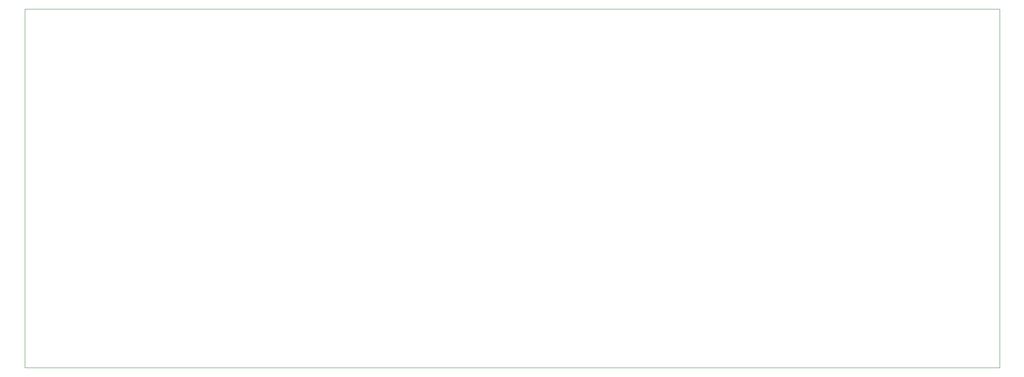
<source format=gbr>
%TF.GenerationSoftware,KiCad,Pcbnew,7.0.10*%
%TF.CreationDate,2024-02-28T12:35:52-05:00*%
%TF.ProjectId,PCB_Main_Sandbox,5043425f-4d61-4696-9e5f-53616e64626f,rev?*%
%TF.SameCoordinates,Original*%
%TF.FileFunction,Profile,NP*%
%FSLAX46Y46*%
G04 Gerber Fmt 4.6, Leading zero omitted, Abs format (unit mm)*
G04 Created by KiCad (PCBNEW 7.0.10) date 2024-02-28 12:35:52*
%MOMM*%
%LPD*%
G01*
G04 APERTURE LIST*
%TA.AperFunction,Profile*%
%ADD10C,0.100000*%
%TD*%
G04 APERTURE END LIST*
D10*
X76200000Y-7620000D02*
X269240000Y-7620000D01*
X269240000Y-78740000D02*
X76200000Y-78740000D01*
X269240000Y-76200000D02*
X269240000Y-78740000D01*
X269240000Y-7620000D02*
X269240000Y-10160000D01*
X76200000Y-10160000D02*
X76200000Y-7620000D01*
X76200000Y-78740000D02*
X76200000Y-10160000D01*
X269240000Y-10160000D02*
X269240000Y-76200000D01*
M02*

</source>
